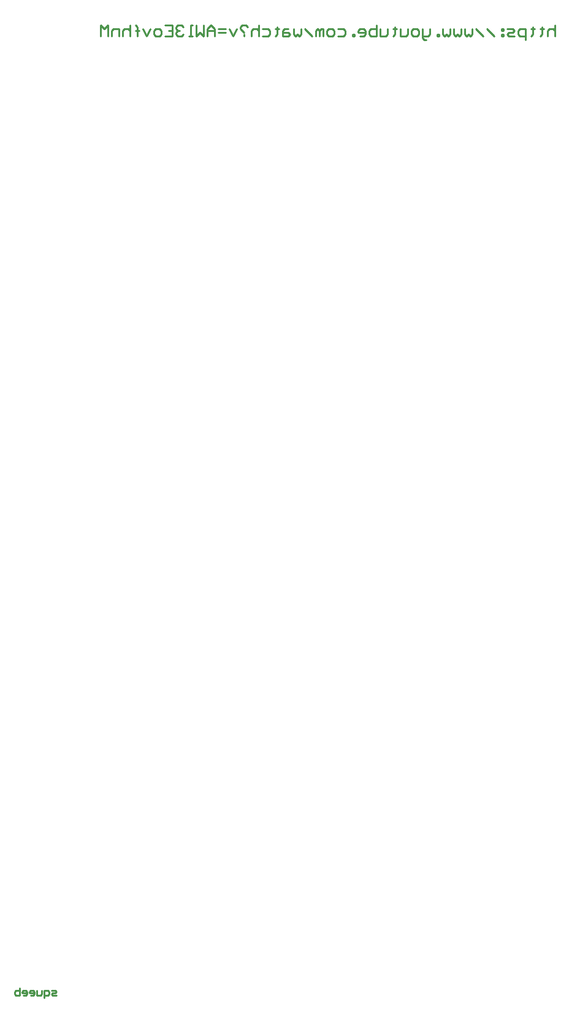
<source format=gbr>
%TF.GenerationSoftware,Altium Limited,Altium Designer,25.2.1 (25)*%
G04 Layer_Color=32896*
%FSLAX45Y45*%
%MOMM*%
%TF.SameCoordinates,6585156F-8495-42E5-8F81-0BAA5ABAD194*%
%TF.FilePolarity,Positive*%
%TF.FileFunction,Legend,Bot*%
%TF.Part,Single*%
G01*
G75*
%TA.AperFunction,NonConductor*%
%ADD47C,0.25400*%
D47*
X4686300Y7844356D02*
X4635517D01*
X4618589Y7861283D01*
X4635517Y7878211D01*
X4669372D01*
X4686300Y7895139D01*
X4669372Y7912067D01*
X4618589D01*
X4517021Y7810500D02*
Y7912067D01*
X4567805D01*
X4584733Y7895139D01*
Y7861283D01*
X4567805Y7844356D01*
X4517021D01*
X4483166Y7912067D02*
Y7861283D01*
X4466238Y7844356D01*
X4415454D01*
Y7912067D01*
X4330815Y7844356D02*
X4364670D01*
X4381598Y7861283D01*
Y7895139D01*
X4364670Y7912067D01*
X4330815D01*
X4313887Y7895139D01*
Y7878211D01*
X4381598D01*
X4229248Y7844356D02*
X4263103D01*
X4280031Y7861283D01*
Y7895139D01*
X4263103Y7912067D01*
X4229248D01*
X4212320Y7895139D01*
Y7878211D01*
X4280031D01*
X4178464Y7945923D02*
Y7844356D01*
X4127680D01*
X4110753Y7861283D01*
Y7878211D01*
Y7895139D01*
X4127680Y7912067D01*
X4178464D01*
X11569700Y21234334D02*
Y21081982D01*
Y21158159D01*
X11544308Y21183551D01*
X11493525D01*
X11468133Y21158159D01*
Y21081982D01*
X11391957Y21208942D02*
Y21183551D01*
X11417349D01*
X11366566D01*
X11391957D01*
Y21107375D01*
X11366566Y21081982D01*
X11264999Y21208942D02*
Y21183551D01*
X11290390D01*
X11239607D01*
X11264999D01*
Y21107375D01*
X11239607Y21081982D01*
X11163432Y21031200D02*
Y21183551D01*
X11087256D01*
X11061864Y21158159D01*
Y21107375D01*
X11087256Y21081982D01*
X11163432D01*
X11011081D02*
X10934905D01*
X10909514Y21107375D01*
X10934905Y21132767D01*
X10985689D01*
X11011081Y21158159D01*
X10985689Y21183551D01*
X10909514D01*
X10858730D02*
X10833338D01*
Y21158159D01*
X10858730D01*
Y21183551D01*
Y21107375D02*
X10833338D01*
Y21081982D01*
X10858730D01*
Y21107375D01*
X10731771Y21081982D02*
X10630204Y21183551D01*
X10579421Y21081982D02*
X10477853Y21183551D01*
X10427070D02*
Y21107375D01*
X10401678Y21081982D01*
X10376286Y21107375D01*
X10350894Y21081982D01*
X10325503Y21107375D01*
Y21183551D01*
X10274719D02*
Y21107375D01*
X10249327Y21081982D01*
X10223936Y21107375D01*
X10198544Y21081982D01*
X10173152Y21107375D01*
Y21183551D01*
X10122368D02*
Y21107375D01*
X10096977Y21081982D01*
X10071585Y21107375D01*
X10046193Y21081982D01*
X10020801Y21107375D01*
Y21183551D01*
X9970018Y21081982D02*
Y21107375D01*
X9944626D01*
Y21081982D01*
X9970018D01*
X9843059Y21183551D02*
Y21107375D01*
X9817667Y21081982D01*
X9741492D01*
Y21056592D01*
X9766883Y21031200D01*
X9792275D01*
X9741492Y21081982D02*
Y21183551D01*
X9665316Y21081982D02*
X9614533D01*
X9589141Y21107375D01*
Y21158159D01*
X9614533Y21183551D01*
X9665316D01*
X9690708Y21158159D01*
Y21107375D01*
X9665316Y21081982D01*
X9538357Y21183551D02*
Y21107375D01*
X9512965Y21081982D01*
X9436790D01*
Y21183551D01*
X9360615Y21208942D02*
Y21183551D01*
X9386007D01*
X9335223D01*
X9360615D01*
Y21107375D01*
X9335223Y21081982D01*
X9259048Y21183551D02*
Y21107375D01*
X9233656Y21081982D01*
X9157481D01*
Y21183551D01*
X9106697Y21234334D02*
Y21081982D01*
X9030522D01*
X9005130Y21107375D01*
Y21132767D01*
Y21158159D01*
X9030522Y21183551D01*
X9106697D01*
X8878171Y21081982D02*
X8928954D01*
X8954346Y21107375D01*
Y21158159D01*
X8928954Y21183551D01*
X8878171D01*
X8852779Y21158159D01*
Y21132767D01*
X8954346D01*
X8801996Y21081982D02*
Y21107375D01*
X8776604D01*
Y21081982D01*
X8801996D01*
X8573470Y21183551D02*
X8649645D01*
X8675037Y21158159D01*
Y21107375D01*
X8649645Y21081982D01*
X8573470D01*
X8497294D02*
X8446511D01*
X8421119Y21107375D01*
Y21158159D01*
X8446511Y21183551D01*
X8497294D01*
X8522686Y21158159D01*
Y21107375D01*
X8497294Y21081982D01*
X8370335D02*
Y21183551D01*
X8344943D01*
X8319552Y21158159D01*
Y21081982D01*
Y21158159D01*
X8294160Y21183551D01*
X8268768Y21158159D01*
Y21081982D01*
X8217985D02*
X8116417Y21183551D01*
X8065634D02*
Y21107375D01*
X8040242Y21081982D01*
X8014850Y21107375D01*
X7989458Y21081982D01*
X7964067Y21107375D01*
Y21183551D01*
X7887891D02*
X7837108D01*
X7811716Y21158159D01*
Y21081982D01*
X7887891D01*
X7913283Y21107375D01*
X7887891Y21132767D01*
X7811716D01*
X7735541Y21208942D02*
Y21183551D01*
X7760932D01*
X7710149D01*
X7735541D01*
Y21107375D01*
X7710149Y21081982D01*
X7532406Y21183551D02*
X7608582D01*
X7633974Y21158159D01*
Y21107375D01*
X7608582Y21081982D01*
X7532406D01*
X7481623Y21234334D02*
Y21081982D01*
Y21158159D01*
X7456231Y21183551D01*
X7405447D01*
X7380056Y21158159D01*
Y21081982D01*
X7329272Y21208942D02*
X7303880Y21234334D01*
X7253097D01*
X7227705Y21208942D01*
Y21183551D01*
X7278489Y21132767D01*
Y21107375D02*
Y21081982D01*
X7176921Y21183551D02*
X7126138Y21081982D01*
X7075354Y21183551D01*
X7024571Y21132767D02*
X6923003D01*
X7024571Y21183551D02*
X6923003D01*
X6872220Y21081982D02*
Y21183551D01*
X6821436Y21234334D01*
X6770653Y21183551D01*
Y21081982D01*
Y21158159D01*
X6872220D01*
X6719869Y21234334D02*
Y21081982D01*
X6669086Y21132767D01*
X6618302Y21081982D01*
Y21234334D01*
X6567518Y21081982D02*
X6516735D01*
X6542127D01*
Y21234334D01*
X6567518D01*
X6440560Y21208942D02*
X6415168Y21234334D01*
X6364384D01*
X6338992Y21208942D01*
Y21183551D01*
X6364384Y21158159D01*
X6389776D01*
X6364384D01*
X6338992Y21132767D01*
Y21107375D01*
X6364384Y21081982D01*
X6415168D01*
X6440560Y21107375D01*
X6186642Y21234334D02*
X6288209D01*
Y21081982D01*
X6186642D01*
X6288209Y21158159D02*
X6237425D01*
X6110466Y21081982D02*
X6059683D01*
X6034291Y21107375D01*
Y21158159D01*
X6059683Y21183551D01*
X6110466D01*
X6135858Y21158159D01*
Y21107375D01*
X6110466Y21081982D01*
X5983507Y21183551D02*
X5932724Y21081982D01*
X5881940Y21183551D01*
X5805765Y21081982D02*
Y21208942D01*
Y21158159D01*
X5831157D01*
X5780373D01*
X5805765D01*
Y21208942D01*
X5780373Y21234334D01*
X5704198D02*
Y21081982D01*
Y21158159D01*
X5678806Y21183551D01*
X5628023D01*
X5602631Y21158159D01*
Y21081982D01*
X5551847D02*
Y21183551D01*
X5475672D01*
X5450280Y21158159D01*
Y21081982D01*
X5399496D02*
Y21234334D01*
X5348713Y21183551D01*
X5297929Y21234334D01*
Y21081982D01*
%TF.MD5,606f4bc671f5ebdc01c87805a2c5c24e*%
M02*

</source>
